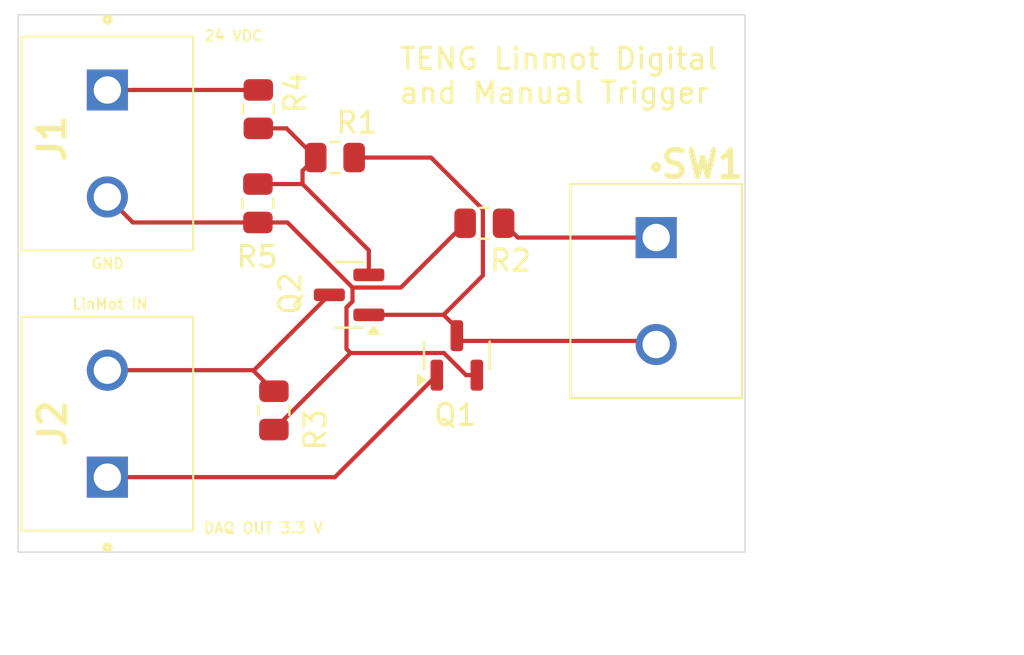
<source format=kicad_pcb>
(kicad_pcb (version 20240108) (generator "pcbnew") (generator_version "8.0")
  (layers (0 "F.Cu" signal) (31 "B.Cu" signal) (34 "B.Paste" user) (35 "F.Paste" user) (36 "B.SilkS" user "B.Silkscreen") (37 "F.SilkS" user "F.Silkscreen") (38 "B.Mask" user) (39 "F.Mask" user) (44 "Edge.Cuts" user))
  (net 0 "")
  (net 1 "+24V")
  (net 2 "GND")
  (net 3 "LinMot_IN")
  (net 4 "DAQ_OUT_3.3V")
  (net 5 "Net-(Q1-D)")
  (net 6 "18VDC")
  (net 7 "Net-(R2-Pad1)")
  (footprint "Resistor_SMD:R_0805_2012Metric" (layer "F.Cu") (at 137.74 85.06 -90)
    (property "Reference" "R3" (at 0.92 -1.97 90) (layer "F.SilkS"))
    (property "Value" "200K")
    (fp_line (start -0.227064 0.735) (end 0.227064 0.735) (stroke (width 0.12)) (layer "F.SilkS"))
    (fp_line (start -0.227064 -0.735) (end 0.227064 -0.735) (stroke (width 0.12)) (layer "F.SilkS"))
    (pad "1" smd roundrect (at -0.9125 0 270) (size 1.025 1.4) (layers "F.Cu" "F.Paste" "F.Mask") (roundrect_rratio 0.243902) (net 3 "LinMot_IN"))
    (pad "2" smd roundrect (at 0.9125 0 270) (size 1.025 1.4) (layers "F.Cu" "F.Paste" "F.Mask") (roundrect_rratio 0.243902) (net 2 "GND"))
  )
  (footprint "Package_TO_SOT_SMD:SOT-23" (layer "F.Cu") (at 146.43 82.4475 90)
    (property "Reference" "Q1" (at -2.8225 -0.07 180) (layer "F.SilkS"))
    (property "Value" "ZVN3310F")
    (fp_line (start 0 -1.56) (end 0.65 -1.56) (stroke (width 0.12)) (layer "F.SilkS"))
    (fp_line (start 0 -1.56) (end -0.65 -1.56) (stroke (width 0.12)) (layer "F.SilkS"))
    (fp_line (start 0 1.56) (end 0.65 1.56) (stroke (width 0.12)) (layer "F.SilkS"))
    (fp_line (start 0 1.56) (end -0.65 1.56) (stroke (width 0.12)) (layer "F.SilkS"))
    (fp_poly (pts (xy -1.1625 -1.51) (xy -1.4025 -1.84) (xy -0.9225 -1.84) (xy -1.1625 -1.51)) (stroke (width 0.12)) (fill solid) (layer "F.SilkS"))
    (pad "1" smd roundrect (at -0.9375 -0.95 90) (size 1.475 0.6) (layers "F.Cu" "F.Paste" "F.Mask") (net 4 "DAQ_OUT_3.3V"))
    (pad "2" smd roundrect (at -0.9375 0.95 90) (size 1.475 0.6) (layers "F.Cu" "F.Paste" "F.Mask") (net 2 "GND"))
    (pad "3" smd roundrect (at 0.9375 0 90) (size 1.475 0.6) (layers "F.Cu" "F.Paste" "F.Mask") (net 5 "Net-(Q1-D)"))
  )
  (footprint "Resistor_SMD:R_0805_2012Metric" (layer "F.Cu") (at 147.7375 76.17 180)
    (property "Reference" "R2" (at -1.2425 -1.77 0) (layer "F.SilkS"))
    (property "Value" "10K")
    (fp_line (start -0.227064 0.735) (end 0.227064 0.735) (stroke (width 0.12)) (layer "F.SilkS"))
    (fp_line (start -0.227064 -0.735) (end 0.227064 -0.735) (stroke (width 0.12)) (layer "F.SilkS"))
    (pad "1" smd roundrect (at -0.9125 0 180) (size 1.025 1.4) (layers "F.Cu" "F.Paste" "F.Mask") (roundrect_rratio 0.243902) (net 7 "Net-(R2-Pad1)"))
    (pad "2" smd roundrect (at 0.9125 0 180) (size 1.025 1.4) (layers "F.Cu" "F.Paste" "F.Mask") (roundrect_rratio 0.243902) (net 2 "GND"))
  )
  (footprint "Resistor_SMD:R_0805_2012Metric" (layer "F.Cu") (at 137 70.75 -90)
    (property "Reference" "R4" (at -0.79 -1.76 90) (layer "F.SilkS"))
    (property "Value" "5k")
    (fp_line (start -0.227064 0.735) (end 0.227064 0.735) (stroke (width 0.12)) (layer "F.SilkS"))
    (fp_line (start -0.227064 -0.735) (end 0.227064 -0.735) (stroke (width 0.12)) (layer "F.SilkS"))
    (pad "1" smd roundrect (at -0.9125 0 270) (size 1.025 1.4) (layers "F.Cu" "F.Paste" "F.Mask") (roundrect_rratio 0.243902) (net 1 "+24V"))
    (pad "2" smd roundrect (at 0.9125 0 270) (size 1.025 1.4) (layers "F.Cu" "F.Paste" "F.Mask") (roundrect_rratio 0.243902) (net 6 "18VDC"))
  )
  (footprint "Resistor_SMD:R_0805_2012Metric" (layer "F.Cu") (at 140.64 73.05)
    (property "Reference" "R1" (at 1.05 -1.66 0) (layer "F.SilkS"))
    (property "Value" "200K")
    (fp_line (start -0.227064 -0.735) (end 0.227064 -0.735) (stroke (width 0.12)) (layer "F.SilkS"))
    (fp_line (start -0.227064 0.735) (end 0.227064 0.735) (stroke (width 0.12)) (layer "F.SilkS"))
    (pad "1" smd roundrect (at -0.9125 0) (size 1.025 1.4) (layers "F.Cu" "F.Paste" "F.Mask") (roundrect_rratio 0.243902) (net 6 "18VDC"))
    (pad "2" smd roundrect (at 0.9125 0) (size 1.025 1.4) (layers "F.Cu" "F.Paste" "F.Mask") (roundrect_rratio 0.243902) (net 5 "Net-(Q1-D)"))
  )
  (footprint "Package_TO_SOT_SMD:SOT-23" (layer "F.Cu") (at 141.3125 79.57 180)
    (property "Reference" "Q2" (at 2.7925 0.06 -90) (layer "F.SilkS"))
    (property "Value" "ZVP3310F")
    (fp_line (start 0 1.56) (end 0.65 1.56) (stroke (width 0.12)) (layer "F.SilkS"))
    (fp_line (start 0 1.56) (end -0.65 1.56) (stroke (width 0.12)) (layer "F.SilkS"))
    (fp_line (start 0 -1.56) (end 0.65 -1.56) (stroke (width 0.12)) (layer "F.SilkS"))
    (fp_line (start 0 -1.56) (end -0.65 -1.56) (stroke (width 0.12)) (layer "F.SilkS"))
    (fp_poly (pts (xy -1.1625 -1.51) (xy -1.4025 -1.84) (xy -0.9225 -1.84) (xy -1.1625 -1.51)) (stroke (width 0.12)) (fill solid) (layer "F.SilkS"))
    (pad "1" smd roundrect (at -0.9375 -0.95 180) (size 1.475 0.6) (layers "F.Cu" "F.Paste" "F.Mask") (net 5 "Net-(Q1-D)"))
    (pad "2" smd roundrect (at -0.9375 0.95 180) (size 1.475 0.6) (layers "F.Cu" "F.Paste" "F.Mask") (net 6 "18VDC"))
    (pad "3" smd roundrect (at 0.9375 0 180) (size 1.475 0.6) (layers "F.Cu" "F.Paste" "F.Mask") (net 3 "LinMot_IN"))
  )
  (footprint "Library:1729128" (layer "F.Cu") (at 129.83 88.23 90)
    (property "Reference" "J2" (at 2.54 -2.6 90) (layer "F.SilkS") (effects (font (size 1.27 1.27) (thickness 0.254))))
    (property "Value" "1729128" (hide yes))
    (fp_line (start 7.62 -4.075) (end 7.62 4.075) (stroke (width 0.1)) (layer "F.SilkS"))
    (fp_line (start -2.54 -4.075) (end 7.62 -4.075) (stroke (width 0.1)) (layer "F.SilkS"))
    (fp_line (start 7.62 4.075) (end -2.54 4.075) (stroke (width 0.1)) (layer "F.SilkS"))
    (fp_line (start -2.54 4.075) (end -2.54 -4.075) (stroke (width 0.1)) (layer "F.SilkS"))
    (fp_circle (center -3.35 0) (end -3.35 0.05) (stroke (width 0.2)) (fill none) (layer "F.SilkS"))
    (pad "1" thru_hole rect (at 0 0 90) (size 1.95 1.95) (drill 1.3) (layers "*.Cu" "*.Mask") (net 4 "DAQ_OUT_3.3V"))
    (pad "2" thru_hole circle (at 5.08 0 90) (size 1.95 1.95) (drill 1.3) (layers "*.Cu" "*.Mask") (net 3 "LinMot_IN"))
  )
  (footprint "Library:1729128" (layer "F.Cu") (at 155.9 76.85 -90)
    (property "Reference" "SW1" (at -3.48 -2.2 180) (layer "F.SilkS") (effects (font (size 1.27 1.27) (thickness 0.254))))
    (property "Value" "SW_DIP_x01" (hide yes))
    (fp_line (start -2.54 4.075) (end -2.54 -4.075) (stroke (width 0.1)) (layer "F.SilkS"))
    (fp_line (start 7.62 4.075) (end -2.54 4.075) (stroke (width 0.1)) (layer "F.SilkS"))
    (fp_line (start -2.54 -4.075) (end 7.62 -4.075) (stroke (width 0.1)) (layer "F.SilkS"))
    (fp_line (start 7.62 -4.075) (end 7.62 4.075) (stroke (width 0.1)) (layer "F.SilkS"))
    (fp_circle (center -3.35 0) (end -3.35 0.05) (stroke (width 0.2)) (fill none) (layer "F.SilkS"))
    (pad "1" thru_hole rect (at 0 0 270) (size 1.95 1.95) (drill 1.3) (layers "*.Cu" "*.Mask") (net 7 "Net-(R2-Pad1)"))
    (pad "2" thru_hole circle (at 5.08 0 270) (size 1.95 1.95) (drill 1.3) (layers "*.Cu" "*.Mask") (net 5 "Net-(Q1-D)"))
  )
  (footprint "Library:1729128" (layer "F.Cu") (at 129.83 69.84 -90)
    (property "Reference" "J1" (at 2.31 2.64 90) (layer "F.SilkS") (effects (font (size 1.27 1.27) (thickness 0.254))))
    (property "Value" "1729128" (hide yes))
    (fp_line (start -2.54 4.075) (end -2.54 -4.075) (stroke (width 0.1)) (layer "F.SilkS"))
    (fp_line (start 7.62 4.075) (end -2.54 4.075) (stroke (width 0.1)) (layer "F.SilkS"))
    (fp_line (start -2.54 -4.075) (end 7.62 -4.075) (stroke (width 0.1)) (layer "F.SilkS"))
    (fp_line (start 7.62 -4.075) (end 7.62 4.075) (stroke (width 0.1)) (layer "F.SilkS"))
    (fp_circle (center -3.35 0) (end -3.35 0.05) (stroke (width 0.2)) (fill none) (layer "F.SilkS"))
    (pad "1" thru_hole rect (at 0 0 270) (size 1.95 1.95) (drill 1.3) (layers "*.Cu" "*.Mask") (net 1 "+24V"))
    (pad "2" thru_hole circle (at 5.08 0 270) (size 1.95 1.95) (drill 1.3) (layers "*.Cu" "*.Mask") (net 2 "GND"))
  )
  (footprint "Resistor_SMD:R_0805_2012Metric" (layer "F.Cu") (at 136.98 75.22 -90)
    (property "Reference" "R5" (at 2.55 0.04 180) (layer "F.SilkS"))
    (property "Value" "15k")
    (fp_line (start -0.227064 0.735) (end 0.227064 0.735) (stroke (width 0.12)) (layer "F.SilkS"))
    (fp_line (start -0.227064 -0.735) (end 0.227064 -0.735) (stroke (width 0.12)) (layer "F.SilkS"))
    (pad "1" smd roundrect (at -0.9125 0 270) (size 1.025 1.4) (layers "F.Cu" "F.Paste" "F.Mask") (roundrect_rratio 0.243902) (net 6 "18VDC"))
    (pad "2" smd roundrect (at 0.9125 0 270) (size 1.025 1.4) (layers "F.Cu" "F.Paste" "F.Mask") (roundrect_rratio 0.243902) (net 2 "GND"))
  )
  (gr_rect (start 125.59 66.27) (end 160.12 91.79) (stroke (width 0.05)) (fill none) (layer "Edge.Cuts"))
  (gr_text "TENG Linmot Digital \nand Manual Trigger" (at 143.62 70.55 0) (layer "F.SilkS") (effects (font (size 1 1)) (justify left bottom)))
  (gr_text "DAQ OUT 3.3 V" (at 134.35 90.94 0) (layer "F.SilkS") (effects (font (size 0.5 0.5) (thickness 0.1) (bold yes)) (justify left bottom)))
  (gr_text "24 VDC" (at 134.38 67.56 0) (layer "F.SilkS") (effects (font (size 0.5 0.5) (thickness 0.1) (bold yes)) (justify left bottom)))
  (gr_text "GND" (at 129.02 78.38 0) (layer "F.SilkS") (effects (font (size 0.5 0.5) (thickness 0.1) (bold yes)) (justify left bottom)))
  (gr_text "LinMot IN" (at 128.11 80.3 0) (layer "F.SilkS") (effects (font (size 0.5 0.5) (thickness 0.1) (bold yes)) (justify left bottom)))
  (segment (start 129.83 69.84) (end 131.107 69.84) (width 0.2) (layer "F.Cu") (net 1))
  (segment (start 131.107 69.84) (end 131.109 69.8375) (width 0.2) (layer "F.Cu") (net 1))
  (segment (start 131.109 69.8375) (end 137 69.8375) (width 0.2) (layer "F.Cu") (net 1))
  (segment (start 136.98 76.1325) (end 138.385 76.1325) (width 0.2) (layer "F.Cu") (net 2))
  (segment (start 136.98 76.1325) (end 131.042 76.1325) (width 0.2) (layer "F.Cu") (net 2))
  (segment (start 141.188 80.1694) (end 141.188 82.1412) (width 0.2) (layer "F.Cu") (net 2))
  (segment (start 141.475 79.2223) (end 141.475 79.8824) (width 0.2) (layer "F.Cu") (net 2))
  (segment (start 147.38 83.385) (end 146.868 83.385) (width 0.2) (layer "F.Cu") (net 2))
  (segment (start 141.188 82.1412) (end 141.38 82.3328) (width 0.2) (layer "F.Cu") (net 2))
  (segment (start 131.042 76.1325) (end 129.83 74.92) (width 0.2) (layer "F.Cu") (net 2))
  (segment (start 146.868 83.385) (end 145.815 82.3328) (width 0.2) (layer "F.Cu") (net 2))
  (segment (start 141.475 79.8824) (end 141.188 80.1694) (width 0.2) (layer "F.Cu") (net 2))
  (segment (start 141.38 82.3328) (end 137.74 85.9725) (width 0.2) (layer "F.Cu") (net 2))
  (segment (start 138.385 76.1325) (end 141.475 79.2223) (width 0.2) (layer "F.Cu") (net 2))
  (segment (start 141.475 79.2223) (end 143.773 79.2223) (width 0.2) (layer "F.Cu") (net 2))
  (segment (start 143.773 79.2223) (end 146.825 76.17) (width 0.2) (layer "F.Cu") (net 2))
  (segment (start 145.815 82.3328) (end 141.38 82.3328) (width 0.2) (layer "F.Cu") (net 2))
  (segment (start 136.742 83.15) (end 136.769 83.1762) (width 0.2) (layer "F.Cu") (net 3))
  (segment (start 129.78 83.15) (end 136.742 83.15) (width 0.2) (layer "F.Cu") (net 3))
  (segment (start 140.375 79.57) (end 136.769 83.1762) (width 0.2) (layer "F.Cu") (net 3))
  (segment (start 136.769 83.1762) (end 137.74 84.1475) (width 0.2) (layer "F.Cu") (net 3))
  (segment (start 140.635 88.23) (end 145.48 83.385) (width 0.2) (layer "F.Cu") (net 4))
  (segment (start 129.78 88.23) (end 140.635 88.23) (width 0.2) (layer "F.Cu") (net 4))
  (segment (start 145.8 80.52) (end 147.668 78.6525) (width 0.2) (layer "F.Cu") (net 5))
  (segment (start 147.668 75.511) (end 145.206 73.05) (width 0.2) (layer "F.Cu") (net 5))
  (segment (start 146.43 81.15) (end 146.43 81.51) (width 0.2) (layer "F.Cu") (net 5))
  (segment (start 141.5525 73.05) (end 141.552 73.05) (width 0.2) (layer "F.Cu") (net 5))
  (segment (start 146.68 81.76) (end 155.73 81.76) (width 0.2) (layer "F.Cu") (net 5))
  (segment (start 155.73 81.76) (end 155.9 81.93) (width 0.2) (layer "F.Cu") (net 5))
  (segment (start 145.206 73.05) (end 141.5525 73.05) (width 0.2) (layer "F.Cu") (net 5))
  (segment (start 147.668 78.6525) (end 147.668 75.511) (width 0.2) (layer "F.Cu") (net 5))
  (segment (start 146.43 81.51) (end 146.68 81.76) (width 0.2) (layer "F.Cu") (net 5))
  (segment (start 142.25 80.52) (end 145.8 80.52) (width 0.2) (layer "F.Cu") (net 5))
  (segment (start 145.8 80.52) (end 146.43 81.15) (width 0.2) (layer "F.Cu") (net 5))
  (segment (start 142.25 77.4576) (end 142.25 78.62) (width 0.2) (layer "F.Cu") (net 6))
  (segment (start 137 71.6625) (end 138.34 71.6625) (width 0.2) (layer "F.Cu") (net 6))
  (segment (start 139.414 73.3638) (end 139.1 73.6776) (width 0.2) (layer "F.Cu") (net 6))
  (segment (start 139.728 73.05) (end 139.414 73.3638) (width 0.2) (layer "F.Cu") (net 6))
  (segment (start 139.7275 73.0503) (end 139.7275 73.05) (width 0.2) (layer "F.Cu") (net 6))
  (segment (start 139.414 73.3638) (end 139.7275 73.0503) (width 0.2) (layer "F.Cu") (net 6))
  (segment (start 138.34 71.6625) (end 139.728 73.05) (width 0.2) (layer "F.Cu") (net 6))
  (segment (start 139.1 73.6776) (end 139.1 74.3075) (width 0.2) (layer "F.Cu") (net 6))
  (segment (start 136.98 74.3075) (end 139.1 74.3075) (width 0.2) (layer "F.Cu") (net 6))
  (segment (start 139.1 74.3075) (end 142.25 77.4576) (width 0.2) (layer "F.Cu") (net 6))
  (segment (start 155.9 76.07) (end 155.9 76.85) (width 0.2) (layer "F.Cu") (net 7))
  (segment (start 155.9 76.85) (end 149.33 76.85) (width 0.2) (layer "F.Cu") (net 7))
  (segment (start 149.33 76.85) (end 148.65 76.17) (width 0.2) (layer "F.Cu") (net 7))
)
</source>
